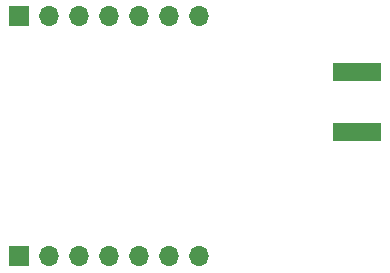
<source format=gbr>
G04 #@! TF.FileFunction,Soldermask,Bot*
%FSLAX46Y46*%
G04 Gerber Fmt 4.6, Leading zero omitted, Abs format (unit mm)*
G04 Created by KiCad (PCBNEW 4.0.7) date Fri Oct 27 16:40:53 2017*
%MOMM*%
%LPD*%
G01*
G04 APERTURE LIST*
%ADD10C,0.100000*%
%ADD11R,4.064000X1.524000*%
%ADD12R,1.700000X1.700000*%
%ADD13O,1.700000X1.700000*%
G04 APERTURE END LIST*
D10*
D11*
X203835000Y-83413600D03*
X203835000Y-78333600D03*
D12*
X175260000Y-93980000D03*
D13*
X177800000Y-93980000D03*
X180340000Y-93980000D03*
X182880000Y-93980000D03*
X185420000Y-93980000D03*
X187960000Y-93980000D03*
X190500000Y-93980000D03*
D12*
X175260000Y-73660000D03*
D13*
X177800000Y-73660000D03*
X180340000Y-73660000D03*
X182880000Y-73660000D03*
X185420000Y-73660000D03*
X187960000Y-73660000D03*
X190500000Y-73660000D03*
M02*

</source>
